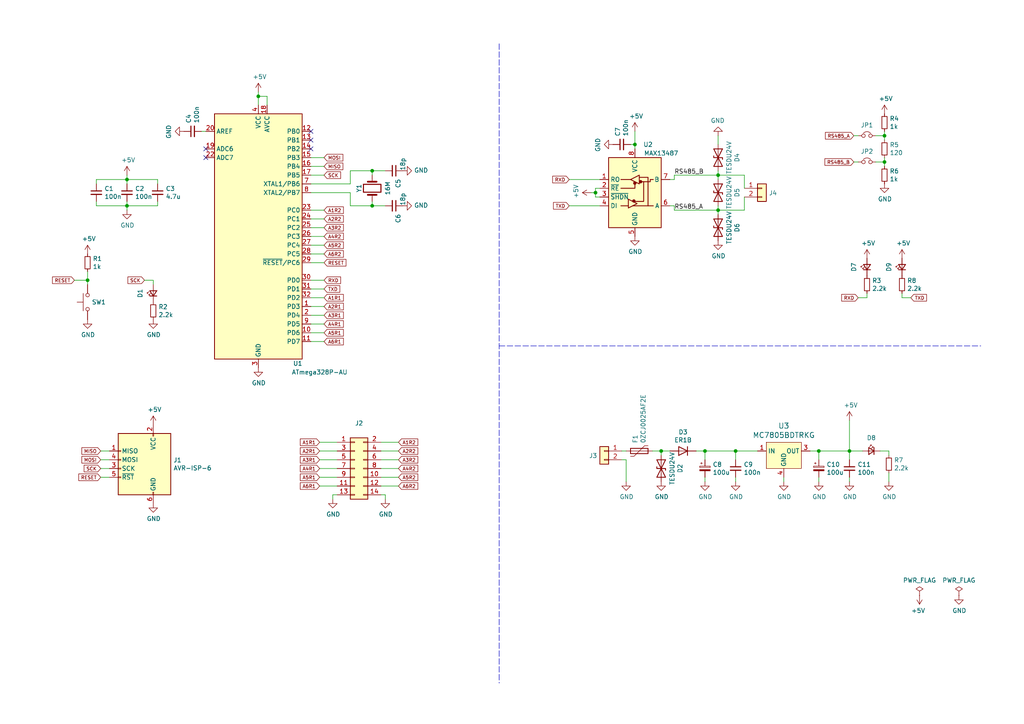
<source format=kicad_sch>
(kicad_sch (version 20211123) (generator eeschema)
  (paper "A4")
  (title_block (title "6x2 Matrix Antenna Switch - Communication Module") (date "2020-05-17") (company "SQ9NJE Quirky Solutions"))
  (lib_symbols
    (symbol "Connector:AVR-ISP-6" (pin_names (offset 1.016))
      (property "Reference" "J" (at -6.35 11.43 0))
      (property "Value" "AVR-ISP-6" (at 0 11.43 0))
      (symbol "AVR-ISP-6_0_1"
        (rectangle (start -2.667 -6.858) (end -2.413 -7.62))
        (rectangle (start -2.667 10.16) (end -2.413 9.398))
        (rectangle (start 7.62 -2.413) (end 6.858 -2.667))
        (rectangle (start 7.62 0.127) (end 6.858 -0.127))
        (rectangle (start 7.62 2.667) (end 6.858 2.413))
        (rectangle (start 7.62 5.207) (end 6.858 4.953))
        (rectangle (start 7.62 10.16) (end -7.62 -7.62) (stroke (width 0.254)) (fill (type background)))
      )
      (symbol "AVR-ISP-6_1_1"
        (pin passive line (at 10.16 5.08 180) (length 2.54) (name "MISO") (number "1"))
        (pin passive line (at -2.54 12.7 270) (length 2.54) (name "VCC") (number "2"))
        (pin passive line (at 10.16 0 180) (length 2.54) (name "SCK") (number "3"))
        (pin passive line (at 10.16 2.54 180) (length 2.54) (name "MOSI") (number "4"))
        (pin passive line (at 10.16 -2.54 180) (length 2.54) (name "~{RST}") (number "5"))
        (pin passive line (at -2.54 -10.16 90) (length 2.54) (name "GND") (number "6"))
      )
    )
    (symbol "Connector_Generic:Conn_01x02" (pin_names (offset 1.016) hide)
      (property "Reference" "J" (at 0 2.54 0))
      (property "Value" "Conn_01x02" (at 0 -5.08 0))
      (symbol "Conn_01x02_1_1"
        (rectangle (start -1.27 -2.413) (end 0 -2.667) (stroke (width 0.1524)))
        (rectangle (start -1.27 0.127) (end 0 -0.127) (stroke (width 0.1524)))
        (rectangle (start -1.27 1.27) (end 1.27 -3.81) (stroke (width 0.254)) (fill (type background)))
        (pin passive line (at -5.08 0 0) (length 3.81) (name "Pin_1") (number "1"))
        (pin passive line (at -5.08 -2.54 0) (length 3.81) (name "Pin_2") (number "2"))
      )
    )
    (symbol "Connector_Generic:Conn_02x07_Odd_Even" (pin_names (offset 1.016) hide)
      (property "Reference" "J" (at 1.27 10.16 0))
      (property "Value" "Conn_02x07_Odd_Even" (at 1.27 -10.16 0))
      (symbol "Conn_02x07_Odd_Even_1_1"
        (rectangle (start -1.27 -7.493) (end 0 -7.747) (stroke (width 0.1524)))
        (rectangle (start -1.27 -4.953) (end 0 -5.207) (stroke (width 0.1524)))
        (rectangle (start -1.27 -2.413) (end 0 -2.667) (stroke (width 0.1524)))
        (rectangle (start -1.27 0.127) (end 0 -0.127) (stroke (width 0.1524)))
        (rectangle (start -1.27 2.667) (end 0 2.413) (stroke (width 0.1524)))
        (rectangle (start -1.27 5.207) (end 0 4.953) (stroke (width 0.1524)))
        (rectangle (start -1.27 7.747) (end 0 7.493) (stroke (width 0.1524)))
        (rectangle (start -1.27 8.89) (end 3.81 -8.89) (stroke (width 0.254)) (fill (type background)))
        (rectangle (start 3.81 -7.493) (end 2.54 -7.747) (stroke (width 0.1524)))
        (rectangle (start 3.81 -4.953) (end 2.54 -5.207) (stroke (width 0.1524)))
        (rectangle (start 3.81 -2.413) (end 2.54 -2.667) (stroke (width 0.1524)))
        (rectangle (start 3.81 0.127) (end 2.54 -0.127) (stroke (width 0.1524)))
        (rectangle (start 3.81 2.667) (end 2.54 2.413) (stroke (width 0.1524)))
        (rectangle (start 3.81 5.207) (end 2.54 4.953) (stroke (width 0.1524)))
        (rectangle (start 3.81 7.747) (end 2.54 7.493) (stroke (width 0.1524)))
        (pin passive line (at -5.08 7.62 0) (length 3.81) (name "Pin_1") (number "1"))
        (pin passive line (at 7.62 -2.54 180) (length 3.81) (name "Pin_10") (number "10"))
        (pin passive line (at -5.08 -5.08 0) (length 3.81) (name "Pin_11") (number "11"))
        (pin passive line (at 7.62 -5.08 180) (length 3.81) (name "Pin_12") (number "12"))
        (pin passive line (at -5.08 -7.62 0) (length 3.81) (name "Pin_13") (number "13"))
        (pin passive line (at 7.62 -7.62 180) (length 3.81) (name "Pin_14") (number "14"))
        (pin passive line (at 7.62 7.62 180) (length 3.81) (name "Pin_2") (number "2"))
        (pin passive line (at -5.08 5.08 0) (length 3.81) (name "Pin_3") (number "3"))
        (pin passive line (at 7.62 5.08 180) (length 3.81) (name "Pin_4") (number "4"))
        (pin passive line (at -5.08 2.54 0) (length 3.81) (name "Pin_5") (number "5"))
        (pin passive line (at 7.62 2.54 180) (length 3.81) (name "Pin_6") (number "6"))
        (pin passive line (at -5.08 0 0) (length 3.81) (name "Pin_7") (number "7"))
        (pin passive line (at 7.62 0 180) (length 3.81) (name "Pin_8") (number "8"))
        (pin passive line (at -5.08 -2.54 0) (length 3.81) (name "Pin_9") (number "9"))
      )
    )
    (symbol "Device:C_Small" (pin_numbers hide) (pin_names (offset 0.254) hide)
      (property "Reference" "C" (at 0.254 1.778 0))
      (property "Value" "C_Small" (at 0.254 -2.032 0))
      (symbol "C_Small_0_1"
        (polyline (pts (xy -1.524 -0.508) (xy 1.524 -0.508)) (stroke (width 0.3302)))
        (polyline (pts (xy -1.524 0.508) (xy 1.524 0.508)) (stroke (width 0.3048)))
      )
      (symbol "C_Small_1_1"
        (pin passive line (at 0 2.54 270) (length 2.032) (name "~") (number "1"))
        (pin passive line (at 0 -2.54 90) (length 2.032) (name "~") (number "2"))
      )
    )
    (symbol "Device:Crystal" (pin_numbers hide) (pin_names (offset 1.016) hide)
      (property "Reference" "Y" (at 0 3.81 0))
      (property "Value" "Crystal" (at 0 -3.81 0))
      (symbol "Crystal_0_1"
        (rectangle (start -1.143 2.54) (end 1.143 -2.54) (stroke (width 0.3048)))
        (polyline (pts (xy -2.54 0) (xy -1.905 0)))
        (polyline (pts (xy -1.905 -1.27) (xy -1.905 1.27)) (stroke (width 0.508)))
        (polyline (pts (xy 1.905 -1.27) (xy 1.905 1.27)) (stroke (width 0.508)))
        (polyline (pts (xy 2.54 0) (xy 1.905 0)))
      )
      (symbol "Crystal_1_1"
        (pin passive line (at -3.81 0 0) (length 1.27) (name "1") (number "1"))
        (pin passive line (at 3.81 0 180) (length 1.27) (name "2") (number "2"))
      )
    )
    (symbol "Device:D" (pin_numbers hide) (pin_names (offset 1.016) hide)
      (property "Reference" "D" (at 0 2.54 0))
      (property "Value" "D" (at 0 -2.54 0))
      (symbol "D_0_1"
        (polyline (pts (xy -1.27 1.27) (xy -1.27 -1.27)) (stroke (width 0.254)))
        (polyline (pts (xy 1.27 0) (xy -1.27 0)))
        (polyline (pts (xy 1.27 1.27) (xy 1.27 -1.27) (xy -1.27 0) (xy 1.27 1.27)) (stroke (width 0.254)))
      )
      (symbol "D_1_1"
        (pin passive line (at -3.81 0 0) (length 2.54) (name "K") (number "1"))
        (pin passive line (at 3.81 0 180) (length 2.54) (name "A") (number "2"))
      )
    )
    (symbol "Device:D_TVS" (pin_numbers hide) (pin_names (offset 1.016) hide)
      (property "Reference" "D" (at 0 2.54 0))
      (property "Value" "D_TVS" (at 0 -2.54 0))
      (symbol "D_TVS_0_1"
        (polyline (pts (xy 1.27 0) (xy -1.27 0)))
        (polyline (pts (xy 0.508 1.27) (xy 0 1.27) (xy 0 -1.27) (xy -0.508 -1.27)) (stroke (width 0.254)))
        (polyline (pts (xy -2.54 1.27) (xy -2.54 -1.27) (xy 2.54 1.27) (xy 2.54 -1.27) (xy -2.54 1.27)) (stroke (width 0.254)))
      )
      (symbol "D_TVS_1_1"
        (pin passive line (at -3.81 0 0) (length 2.54) (name "A1") (number "1"))
        (pin passive line (at 3.81 0 180) (length 2.54) (name "A2") (number "2"))
      )
    )
    (symbol "Device:LED_Small" (pin_numbers hide) (pin_names (offset 0.254) hide)
      (property "Reference" "D" (at -1.27 3.175 0))
      (property "Value" "LED_Small" (at -4.445 -2.54 0))
      (symbol "LED_Small_0_1"
        (polyline (pts (xy -0.762 -1.016) (xy -0.762 1.016)) (stroke (width 0.254)))
        (polyline (pts (xy 1.016 0) (xy -0.762 0)))
        (polyline (pts (xy 0.762 -1.016) (xy -0.762 0) (xy 0.762 1.016) (xy 0.762 -1.016)) (stroke (width 0.254)))
        (polyline (pts (xy 0 0.762) (xy -0.508 1.27) (xy -0.254 1.27) (xy -0.508 1.27) (xy -0.508 1.016)))
        (polyline (pts (xy 0.508 1.27) (xy 0 1.778) (xy 0.254 1.778) (xy 0 1.778) (xy 0 1.524)))
      )
      (symbol "LED_Small_1_1"
        (pin passive line (at -2.54 0 0) (length 1.778) (name "K") (number "1"))
        (pin passive line (at 2.54 0 180) (length 1.778) (name "A") (number "2"))
      )
    )
    (symbol "Device:Polyfuse" (pin_numbers hide) (pin_names (offset 0))
      (property "Reference" "F" (at -2.54 0 90))
      (property "Value" "Polyfuse" (at 2.54 0 90))
      (symbol "Polyfuse_0_1"
        (rectangle (start -0.762 2.54) (end 0.762 -2.54) (stroke (width 0.254)))
        (polyline (pts (xy 0 2.54) (xy 0 -2.54)))
        (polyline (pts (xy -1.524 2.54) (xy -1.524 1.524) (xy 1.524 -1.524) (xy 1.524 -2.54)))
      )
      (symbol "Polyfuse_1_1"
        (pin passive line (at 0 3.81 270) (length 1.27) (name "~") (number "1"))
        (pin passive line (at 0 -3.81 90) (length 1.27) (name "~") (number "2"))
      )
    )
    (symbol "Device:R_Small" (pin_numbers hide) (pin_names (offset 0.254) hide)
      (property "Reference" "R" (at 0.762 0.508 0))
      (property "Value" "R_Small" (at 0.762 -1.016 0))
      (symbol "R_Small_0_1"
        (rectangle (start -0.762 1.778) (end 0.762 -1.778) (stroke (width 0.2032)))
      )
      (symbol "R_Small_1_1"
        (pin passive line (at 0 2.54 270) (length 0.762) (name "~") (number "1"))
        (pin passive line (at 0 -2.54 90) (length 0.762) (name "~") (number "2"))
      )
    )
    (symbol "Switch:SW_Push" (pin_numbers hide) (pin_names (offset 1.016) hide)
      (property "Reference" "SW" (at 1.27 2.54 0))
      (property "Value" "SW_Push" (at 0 -1.524 0))
      (symbol "SW_Push_0_1"
        (circle (center -2.032 0) (radius 0.508))
        (polyline (pts (xy 0 1.27) (xy 0 3.048)))
        (polyline (pts (xy 2.54 1.27) (xy -2.54 1.27)))
        (circle (center 2.032 0) (radius 0.508))
        (pin passive line (at -5.08 0 0) (length 2.54) (name "1") (number "1"))
        (pin passive line (at 5.08 0 180) (length 2.54) (name "2") (number "2"))
      )
    )
    (symbol "antenna_switch_comms-rescue:ATmega328P-AU-MCU_Microchip_ATmega"
      (property "Reference" "U" (at -12.7 36.83 0))
      (property "Value" "ATmega328P-AU-MCU_Microchip_ATmega" (at 2.54 -36.83 0))
      (symbol "ATmega328P-AU-MCU_Microchip_ATmega_0_1"
        (rectangle (start -12.7 -35.56) (end 12.7 35.56) (stroke (width 0.254)) (fill (type background)))
      )
      (symbol "ATmega328P-AU-MCU_Microchip_ATmega_1_1"
        (pin bidirectional line (at 15.24 -20.32 180) (length 2.54) (name "PD3") (number "1"))
        (pin bidirectional line (at 15.24 -27.94 180) (length 2.54) (name "PD6") (number "10"))
        (pin bidirectional line (at 15.24 -30.48 180) (length 2.54) (name "PD7") (number "11"))
        (pin bidirectional line (at 15.24 30.48 180) (length 2.54) (name "PB0") (number "12"))
        (pin bidirectional line (at 15.24 27.94 180) (length 2.54) (name "PB1") (number "13"))
        (pin bidirectional line (at 15.24 25.4 180) (length 2.54) (name "PB2") (number "14"))
        (pin bidirectional line (at 15.24 22.86 180) (length 2.54) (name "PB3") (number "15"))
        (pin bidirectional line (at 15.24 20.32 180) (length 2.54) (name "PB4") (number "16"))
        (pin bidirectional line (at 15.24 17.78 180) (length 2.54) (name "PB5") (number "17"))
        (pin power_in line (at 2.54 38.1 270) (length 2.54) (name "AVCC") (number "18"))
        (pin input line (at -15.24 25.4 0) (length 2.54) (name "ADC6") (number "19"))
        (pin bidirectional line (at 15.24 -22.86 180) (length 2.54) (name "PD4") (number "2"))
        (pin passive line (at -15.24 30.48 0) (length 2.54) (name "AREF") (number "20"))
        (pin passive line (at 0 -38.1 90) (length 2.54) hide (name "GND") (number "21"))
        (pin input line (at -15.24 22.86 0) (length 2.54) (name "ADC7") (number "22"))
        (pin bidirectional line (at 15.24 7.62 180) (length 2.54) (name "PC0") (number "23"))
        (pin bidirectional line (at 15.24 5.08 180) (length 2.54) (name "PC1") (number "24"))
        (pin bidirectional line (at 15.24 2.54 180) (length 2.54) (name "PC2") (number "25"))
        (pin bidirectional line (at 15.24 0 180) (length 2.54) (name "PC3") (number "26"))
        (pin bidirectional line (at 15.24 -2.54 180) (length 2.54) (name "PC4") (number "27"))
        (pin bidirectional line (at 15.24 -5.08 180) (length 2.54) (name "PC5") (number "28"))
        (pin bidirectional line (at 15.24 -7.62 180) (length 2.54) (name "~{RESET}/PC6") (number "29"))
        (pin power_in line (at 0 -38.1 90) (length 2.54) (name "GND") (number "3"))
        (pin bidirectional line (at 15.24 -12.7 180) (length 2.54) (name "PD0") (number "30"))
        (pin bidirectional line (at 15.24 -15.24 180) (length 2.54) (name "PD1") (number "31"))
        (pin bidirectional line (at 15.24 -17.78 180) (length 2.54) (name "PD2") (number "32"))
        (pin power_in line (at 0 38.1 270) (length 2.54) (name "VCC") (number "4"))
        (pin passive line (at 0 -38.1 90) (length 2.54) hide (name "GND") (number "5"))
        (pin passive line (at 0 38.1 270) (length 2.54) hide (name "VCC") (number "6"))
        (pin bidirectional line (at 15.24 15.24 180) (length 2.54) (name "XTAL1/PB6") (number "7"))
        (pin bidirectional line (at 15.24 12.7 180) (length 2.54) (name "XTAL2/PB7") (number "8"))
        (pin bidirectional line (at 15.24 -25.4 180) (length 2.54) (name "PD5") (number "9"))
      )
    )
    (symbol "antenna_switch_comms-rescue:CP_Small-Device" (pin_numbers hide) (pin_names (offset 0.254) hide)
      (property "Reference" "C" (at 0.254 1.778 0))
      (property "Value" "CP_Small-Device" (at 0.254 -2.032 0))
      (symbol "CP_Small-Device_0_1"
        (rectangle (start -1.524 -0.3048) (end 1.524 -0.6858) (fill (type outline)))
        (rectangle (start -1.524 0.6858) (end 1.524 0.3048))
        (polyline (pts (xy -1.27 1.524) (xy -0.762 1.524)))
        (polyline (pts (xy -1.016 1.27) (xy -1.016 1.778)))
      )
      (symbol "CP_Small-Device_1_1"
        (pin passive line (at 0 2.54 270) (length 1.8542) (name "~") (number "1"))
        (pin passive line (at 0 -2.54 90) (length 1.8542) (name "~") (number "2"))
      )
    )
    (symbol "antenna_switch_comms-rescue:Jumper_NC_Small-Device" (pin_numbers hide) (pin_names (offset 0.762) hide)
      (property "Reference" "JP" (at 0 2.032 0))
      (property "Value" "Jumper_NC_Small-Device" (at 0.254 -1.524 0))
      (symbol "Jumper_NC_Small-Device_0_1"
        (circle (center -1.016 0) (radius 0.508))
        (circle (center 1.016 0) (radius 0.508))
        (arc (start 1.016 0.762) (mid 0 1.1828) (end -1.016 0.762))
        (pin passive line (at -2.54 0 0) (length 1.016) (name "1") (number "1"))
        (pin passive line (at 2.54 0 180) (length 1.016) (name "2") (number "2"))
      )
    )
    (symbol "antenna_switch_comms-rescue:MAX13487-QS_RF"
      (property "Reference" "U" (at -6.096 11.43 0))
      (property "Value" "MAX13487-QS_RF" (at 0.762 11.43 0))
      (symbol "MAX13487-QS_RF_0_1"
        (rectangle (start -7.62 8.89) (end 7.62 -11.43) (stroke (width 0.254)) (fill (type background)))
        (circle (center -0.3048 -3.683) (radius 0.3556) (stroke (width 0.254)) (fill (type outline)))
        (circle (center -0.0254 1.4986) (radius 0.3556) (stroke (width 0.254)) (fill (type outline)))
        (polyline (pts (xy -4.064 -5.08) (xy -1.905 -5.08)) (stroke (width 0.254)))
        (polyline (pts (xy -4.064 2.54) (xy -1.27 2.54)) (stroke (width 0.254)))
        (polyline (pts (xy -0.635 -5.08) (xy 5.334 -5.08)) (stroke (width 0.254)))
        (polyline (pts (xy 0 1.27) (xy 0 0) (xy -4.064 0)) (stroke (width 0.254)))
        (polyline (pts (xy 1.27 3.175) (xy 3.81 3.175) (xy 3.81 -5.08)) (stroke (width 0.254)))
        (polyline (pts (xy 2.54 1.905) (xy 2.54 -3.81) (xy 0 -3.81)) (stroke (width 0.254)))
        (polyline (pts (xy -1.905 -3.175) (xy -1.905 -5.715) (xy 0.635 -4.445) (xy -1.905 -3.175)) (stroke (width 0.254)))
        (polyline (pts (xy -1.27 2.54) (xy 1.27 3.81) (xy 1.27 1.27) (xy -1.27 2.54)) (stroke (width 0.254)))
        (polyline (pts (xy 1.905 1.905) (xy 4.445 1.905) (xy 4.445 2.54) (xy 5.334 2.54)) (stroke (width 0.254)))
        (rectangle (start 1.27 3.175) (end 1.27 3.175))
        (circle (center 1.651 1.905) (radius 0.3556) (stroke (width 0.254)) (fill (type outline)))
      )
      (symbol "MAX13487-QS_RF_1_1"
        (pin output line (at -10.16 2.54 0) (length 2.54) (name "RO") (number "1"))
        (pin input line (at -10.16 0 0) (length 2.54) (name "~{RE}") (number "2"))
        (pin input line (at -10.16 -2.54 0) (length 2.54) (name "~{SHDN}") (number "3"))
        (pin input line (at -10.16 -5.08 0) (length 2.54) (name "DI") (number "4"))
        (pin power_in line (at 0 -13.97 90) (length 2.54) (name "GND") (number "5"))
        (pin bidirectional line (at 10.16 -5.08 180) (length 2.54) (name "A") (number "6"))
        (pin bidirectional line (at 10.16 2.54 180) (length 2.54) (name "B") (number "7"))
        (pin power_in line (at 0 11.43 270) (length 2.54) (name "VCC") (number "8"))
      )
    )
    (symbol "antenna_switch_comms-rescue:MC7805BDTRKG-dk_PMIC-Voltage-Regulators-Linear"
      (property "Reference" "U" (at 0 3.81 0))
      (property "Value" "MC7805BDTRKG-dk_PMIC-Voltage-Regulators-Linear" (at 0 6.35 0))
      (symbol "MC7805BDTRKG-dk_PMIC-Voltage-Regulators-Linear_0_1"
        (rectangle (start -5.08 2.54) (end 5.08 -5.08) (fill (type background)))
      )
      (symbol "MC7805BDTRKG-dk_PMIC-Voltage-Regulators-Linear_1_1"
        (pin input line (at -7.62 0 0) (length 2.54) (name "IN") (number "1"))
        (pin output line (at 7.62 0 180) (length 2.54) (name "OUT") (number "3"))
        (pin power_in line (at 0 -7.62 90) (length 2.54) (name "GND") (number "4"))
      )
    )
    (symbol "power:+5V" (power) (pin_names (offset 0))
      (property "Value" "+5V" (at 0 3.556 0))
      (symbol "+5V_0_1"
        (polyline (pts (xy -0.762 1.27) (xy 0 2.54)))
        (polyline (pts (xy 0 0) (xy 0 2.54)))
        (polyline (pts (xy 0 2.54) (xy 0.762 1.27)))
      )
      (symbol "+5V_1_1"
        (pin power_in line (at 0 0 90) (length 0) hide (name "+5V") (number "1"))
      )
    )
    (symbol "power:GND" (power) (pin_names (offset 0))
      (property "Value" "GND" (at 0 -3.81 0))
      (symbol "GND_0_1"
        (polyline (pts (xy 0 0) (xy 0 -1.27) (xy 1.27 -1.27) (xy 0 -2.54) (xy -1.27 -1.27) (xy 0 -1.27)))
      )
      (symbol "GND_1_1"
        (pin power_in line (at 0 0 270) (length 0) hide (name "GND") (number "1"))
      )
    )
    (symbol "power:PWR_FLAG" (power) (pin_numbers hide) (pin_names (offset 0) hide)
      (property "Value" "PWR_FLAG" (at 0 3.81 0))
      (symbol "PWR_FLAG_0_0"
        (pin power_out line (at 0 0 90) (length 0) (name "pwr") (number "1"))
      )
      (symbol "PWR_FLAG_0_1"
        (polyline (pts (xy 0 0) (xy 0 1.27) (xy -1.016 1.905) (xy 0 2.54) (xy 1.016 1.905) (xy 0 1.27)))
      )
    )
  )
  (junction (at 107.95 59.69))
  (junction (at 36.83 52.07))
  (junction (at 107.95 49.53))
  (junction (at 256.54 39.37))
  (junction (at 213.36 130.81))
  (junction (at 74.93 27.94))
  (junction (at 184.15 41.91))
  (junction (at 256.54 46.99))
  (junction (at 237.49 130.81))
  (junction (at 246.38 130.81))
  (junction (at 204.47 130.81))
  (junction (at 208.28 60.96))
  (junction (at 172.72 55.88))
  (junction (at 25.4 81.28))
  (junction (at 36.83 59.69))
  (junction (at 191.77 130.81))
  (junction (at 208.28 50.8))
  (no_connect (at 90.17 43.18))
  (no_connect (at 59.69 45.72))
  (no_connect (at 59.69 43.18))
  (no_connect (at 90.17 40.64))
  (no_connect (at 90.17 38.1))
  (wire (pts (xy 90.17 71.12) (xy 93.98 71.12)))
  (wire (pts (xy 107.95 49.53) (xy 101.6 49.53)))
  (wire (pts (xy 90.17 48.26) (xy 93.98 48.26)))
  (wire (pts (xy 201.93 130.81) (xy 204.47 130.81)))
  (wire (pts (xy 257.81 130.81) (xy 257.81 132.08)))
  (wire (pts (xy 194.31 59.69) (xy 195.58 59.69)))
  (wire (pts (xy 165.1 59.69) (xy 173.99 59.69)))
  (wire (pts (xy 248.92 39.37) (xy 247.65 39.37)))
  (wire (pts (xy 191.77 132.08) (xy 191.77 130.81)))
  (wire (pts (xy 90.17 60.96) (xy 93.98 60.96)))
  (wire (pts (xy 27.94 58.42) (xy 27.94 59.69)))
  (wire (pts (xy 27.94 52.07) (xy 36.83 52.07)))
  (wire (pts (xy 92.71 133.35) (xy 97.79 133.35)))
  (wire (pts (xy 256.54 45.72) (xy 256.54 46.99)))
  (wire (pts (xy 101.6 59.69) (xy 101.6 55.88)))
  (wire (pts (xy 77.47 30.48) (xy 77.47 27.94)))
  (wire (pts (xy 246.38 138.43) (xy 246.38 139.7)))
  (wire (pts (xy 21.59 81.28) (xy 25.4 81.28)))
  (wire (pts (xy 255.27 130.81) (xy 257.81 130.81)))
  (wire (pts (xy 90.17 83.82) (xy 93.98 83.82)))
  (wire (pts (xy 92.71 130.81) (xy 97.79 130.81)))
  (polyline (pts (xy 144.78 12.7) (xy 144.78 198.12)))
  (wire (pts (xy 256.54 39.37) (xy 256.54 40.64)))
  (wire (pts (xy 213.36 133.35) (xy 213.36 130.81)))
  (wire (pts (xy 215.9 57.15) (xy 215.9 60.96)))
  (wire (pts (xy 90.17 68.58) (xy 93.98 68.58)))
  (wire (pts (xy 172.72 57.15) (xy 173.99 57.15)))
  (wire (pts (xy 36.83 53.34) (xy 36.83 52.07)))
  (wire (pts (xy 254 46.99) (xy 256.54 46.99)))
  (wire (pts (xy 180.34 133.35) (xy 181.61 133.35)))
  (wire (pts (xy 195.58 52.07) (xy 195.58 50.8)))
  (wire (pts (xy 96.52 143.51) (xy 96.52 144.78)))
  (wire (pts (xy 172.72 54.61) (xy 172.72 55.88)))
  (wire (pts (xy 111.76 49.53) (xy 107.95 49.53)))
  (wire (pts (xy 90.17 91.44) (xy 93.98 91.44)))
  (wire (pts (xy 180.34 130.81) (xy 181.61 130.81)))
  (wire (pts (xy 246.38 130.81) (xy 250.19 130.81)))
  (wire (pts (xy 45.72 52.07) (xy 45.72 53.34)))
  (wire (pts (xy 261.62 86.36) (xy 264.16 86.36)))
  (wire (pts (xy 44.45 81.28) (xy 44.45 82.55)))
  (wire (pts (xy 194.31 52.07) (xy 195.58 52.07)))
  (wire (pts (xy 208.28 50.8) (xy 208.28 52.07)))
  (wire (pts (xy 90.17 81.28) (xy 93.98 81.28)))
  (wire (pts (xy 195.58 60.96) (xy 208.28 60.96)))
  (wire (pts (xy 204.47 138.43) (xy 204.47 139.7)))
  (wire (pts (xy 110.49 133.35) (xy 115.57 133.35)))
  (wire (pts (xy 204.47 133.35) (xy 204.47 130.81)))
  (wire (pts (xy 36.83 50.8) (xy 36.83 52.07)))
  (wire (pts (xy 110.49 130.81) (xy 115.57 130.81)))
  (wire (pts (xy 41.91 81.28) (xy 44.45 81.28)))
  (wire (pts (xy 261.62 85.09) (xy 261.62 86.36)))
  (wire (pts (xy 189.23 130.81) (xy 191.77 130.81)))
  (wire (pts (xy 36.83 52.07) (xy 45.72 52.07)))
  (wire (pts (xy 36.83 59.69) (xy 45.72 59.69)))
  (wire (pts (xy 101.6 55.88) (xy 90.17 55.88)))
  (wire (pts (xy 237.49 138.43) (xy 237.49 139.7)))
  (wire (pts (xy 92.71 138.43) (xy 97.79 138.43)))
  (wire (pts (xy 90.17 99.06) (xy 93.98 99.06)))
  (wire (pts (xy 74.93 30.48) (xy 74.93 27.94)))
  (wire (pts (xy 215.9 54.61) (xy 215.9 50.8)))
  (wire (pts (xy 213.36 138.43) (xy 213.36 139.7)))
  (wire (pts (xy 256.54 46.99) (xy 256.54 48.26)))
  (wire (pts (xy 74.93 27.94) (xy 74.93 26.67)))
  (wire (pts (xy 195.58 50.8) (xy 208.28 50.8)))
  (wire (pts (xy 36.83 59.69) (xy 36.83 60.96)))
  (wire (pts (xy 184.15 38.1) (xy 184.15 41.91)))
  (wire (pts (xy 208.28 60.96) (xy 208.28 59.69)))
  (wire (pts (xy 29.21 133.35) (xy 31.75 133.35)))
  (wire (pts (xy 184.15 41.91) (xy 184.15 43.18)))
  (wire (pts (xy 27.94 59.69) (xy 36.83 59.69)))
  (wire (pts (xy 92.71 128.27) (xy 97.79 128.27)))
  (wire (pts (xy 173.99 54.61) (xy 172.72 54.61)))
  (wire (pts (xy 246.38 121.92) (xy 246.38 130.81)))
  (wire (pts (xy 36.83 58.42) (xy 36.83 59.69)))
  (wire (pts (xy 182.88 41.91) (xy 184.15 41.91)))
  (wire (pts (xy 171.45 55.88) (xy 172.72 55.88)))
  (wire (pts (xy 208.28 62.23) (xy 208.28 60.96)))
  (wire (pts (xy 248.92 86.36) (xy 251.46 86.36)))
  (wire (pts (xy 173.99 52.07) (xy 165.1 52.07)))
  (wire (pts (xy 58.42 38.1) (xy 59.69 38.1)))
  (wire (pts (xy 213.36 130.81) (xy 219.71 130.81)))
  (polyline (pts (xy 144.78 100.33) (xy 284.48 100.33)))
  (wire (pts (xy 248.92 46.99) (xy 247.65 46.99)))
  (wire (pts (xy 208.28 39.37) (xy 208.28 41.91)))
  (wire (pts (xy 215.9 60.96) (xy 208.28 60.96)))
  (wire (pts (xy 29.21 130.81) (xy 31.75 130.81)))
  (wire (pts (xy 90.17 93.98) (xy 93.98 93.98)))
  (wire (pts (xy 77.47 27.94) (xy 74.93 27.94)))
  (wire (pts (xy 237.49 130.81) (xy 246.38 130.81)))
  (wire (pts (xy 254 39.37) (xy 256.54 39.37)))
  (wire (pts (xy 215.9 50.8) (xy 208.28 50.8)))
  (wire (pts (xy 107.95 49.53) (xy 107.95 50.8)))
  (wire (pts (xy 227.33 138.43) (xy 227.33 139.7)))
  (wire (pts (xy 237.49 133.35) (xy 237.49 130.81)))
  (wire (pts (xy 110.49 143.51) (xy 111.76 143.51)))
  (wire (pts (xy 101.6 53.34) (xy 90.17 53.34)))
  (wire (pts (xy 29.21 135.89) (xy 31.75 135.89)))
  (wire (pts (xy 90.17 73.66) (xy 93.98 73.66)))
  (wire (pts (xy 110.49 140.97) (xy 115.57 140.97)))
  (wire (pts (xy 234.95 130.81) (xy 237.49 130.81)))
  (wire (pts (xy 90.17 88.9) (xy 93.98 88.9)))
  (wire (pts (xy 25.4 82.55) (xy 25.4 81.28)))
  (wire (pts (xy 257.81 137.16) (xy 257.81 139.7)))
  (wire (pts (xy 246.38 133.35) (xy 246.38 130.81)))
  (wire (pts (xy 110.49 138.43) (xy 115.57 138.43)))
  (wire (pts (xy 111.76 143.51) (xy 111.76 144.78)))
  (wire (pts (xy 29.21 138.43) (xy 31.75 138.43)))
  (wire (pts (xy 97.79 143.51) (xy 96.52 143.51)))
  (wire (pts (xy 181.61 133.35) (xy 181.61 139.7)))
  (wire (pts (xy 172.72 55.88) (xy 172.72 57.15)))
  (wire (pts (xy 90.17 63.5) (xy 93.98 63.5)))
  (wire (pts (xy 110.49 128.27) (xy 115.57 128.27)))
  (wire (pts (xy 90.17 76.2) (xy 93.98 76.2)))
  (wire (pts (xy 195.58 59.69) (xy 195.58 60.96)))
  (wire (pts (xy 92.71 140.97) (xy 97.79 140.97)))
  (wire (pts (xy 90.17 96.52) (xy 93.98 96.52)))
  (wire (pts (xy 90.17 50.8) (xy 93.98 50.8)))
  (wire (pts (xy 256.54 38.1) (xy 256.54 39.37)))
  (wire (pts (xy 191.77 130.81) (xy 194.31 130.81)))
  (wire (pts (xy 107.95 59.69) (xy 107.95 58.42)))
  (wire (pts (xy 204.47 130.81) (xy 213.36 130.81)))
  (wire (pts (xy 110.49 135.89) (xy 115.57 135.89)))
  (wire (pts (xy 208.28 49.53) (xy 208.28 50.8)))
  (wire (pts (xy 27.94 53.34) (xy 27.94 52.07)))
  (wire (pts (xy 251.46 86.36) (xy 251.46 85.09)))
  (wire (pts (xy 25.4 81.28) (xy 25.4 78.74)))
  (wire (pts (xy 107.95 59.69) (xy 101.6 59.69)))
  (wire (pts (xy 90.17 86.36) (xy 93.98 86.36)))
  (wire (pts (xy 111.76 59.69) (xy 107.95 59.69)))
  (wire (pts (xy 101.6 49.53) (xy 101.6 53.34)))
  (wire (pts (xy 90.17 66.04) (xy 93.98 66.04)))
  (wire (pts (xy 45.72 59.69) (xy 45.72 58.42)))
  (wire (pts (xy 90.17 45.72) (xy 93.98 45.72)))
  (wire (pts (xy 92.71 135.89) (xy 97.79 135.89)))
  (label "RS485_A" (at 195.58 60.96 0))
  (label "RS485_B" (at 195.58 50.8 0))
  (global_label "TXD" (shape input) (at 264.16 86.36 0) (effects (font (size 0.9906 0.9906))) (property "Intersheet References" "${INTERSHEET_REFS}" (effects hide)))
  (global_label "A1R2" (shape input) (at 93.98 60.96 0) (effects (font (size 0.9906 0.9906))) (property "Intersheet References" "${INTERSHEET_REFS}" (effects hide)))
  (global_label "A6R1" (shape input) (at 93.98 99.06 0) (effects (font (size 0.9906 0.9906))) (property "Intersheet References" "${INTERSHEET_REFS}" (effects hide)))
  (global_label "A5R1" (shape input) (at 93.98 96.52 0) (effects (font (size 0.9906 0.9906))) (property "Intersheet References" "${INTERSHEET_REFS}" (effects hide)))
  (global_label "A3R1" (shape input) (at 92.71 133.35 180) (effects (font (size 0.9906 0.9906))) (property "Intersheet References" "${INTERSHEET_REFS}" (effects hide)))
  (global_label "A5R2" (shape input) (at 93.98 71.12 0) (effects (font (size 0.9906 0.9906))) (property "Intersheet References" "${INTERSHEET_REFS}" (effects hide)))
  (global_label "A1R1" (shape input) (at 93.98 86.36 0) (effects (font (size 0.9906 0.9906))) (property "Intersheet References" "${INTERSHEET_REFS}" (effects hide)))
  (global_label "RXD" (shape input) (at 93.98 81.28 0) (effects (font (size 0.9906 0.9906))) (property "Intersheet References" "${INTERSHEET_REFS}" (effects hide)))
  (global_label "RS485_A" (shape input) (at 247.65 39.37 180) (effects (font (size 0.9906 0.9906))) (property "Intersheet References" "${INTERSHEET_REFS}" (effects hide)))
  (global_label "RS485_B" (shape input) (at 247.65 46.99 180) (effects (font (size 0.9906 0.9906))) (property "Intersheet References" "${INTERSHEET_REFS}" (effects hide)))
  (global_label "TXD" (shape input) (at 165.1 59.69 180) (effects (font (size 0.9906 0.9906))) (property "Intersheet References" "${INTERSHEET_REFS}" (effects hide)))
  (global_label "A6R2" (shape input) (at 93.98 73.66 0) (effects (font (size 0.9906 0.9906))) (property "Intersheet References" "${INTERSHEET_REFS}" (effects hide)))
  (global_label "TXD" (shape input) (at 93.98 83.82 0) (effects (font (size 0.9906 0.9906))) (property "Intersheet References" "${INTERSHEET_REFS}" (effects hide)))
  (global_label "SCK" (shape input) (at 29.21 135.89 180) (effects (font (size 0.9906 0.9906))) (property "Intersheet References" "${INTERSHEET_REFS}" (effects hide)))
  (global_label "A5R1" (shape input) (at 92.71 138.43 180) (effects (font (size 0.9906 0.9906))) (property "Intersheet References" "${INTERSHEET_REFS}" (effects hide)))
  (global_label "RESET" (shape input) (at 93.98 76.2 0) (effects (font (size 0.9906 0.9906))) (property "Intersheet References" "${INTERSHEET_REFS}" (effects hide)))
  (global_label "A6R2" (shape input) (at 115.57 140.97 0) (effects (font (size 0.9906 0.9906))) (property "Intersheet References" "${INTERSHEET_REFS}" (effects hide)))
  (global_label "RESET" (shape input) (at 21.59 81.28 180) (effects (font (size 0.9906 0.9906))) (property "Intersheet References" "${INTERSHEET_REFS}" (effects hide)))
  (global_label "A2R1" (shape input) (at 92.71 130.81 180) (effects (font (size 0.9906 0.9906))) (property "Intersheet References" "${INTERSHEET_REFS}" (effects hide)))
  (global_label "RXD" (shape input) (at 248.92 86.36 180) (effects (font (size 0.9906 0.9906))) (property "Intersheet References" "${INTERSHEET_REFS}" (effects hide)))
  (global_label "A4R2" (shape input) (at 93.98 68.58 0) (effects (font (size 0.9906 0.9906))) (property "Intersheet References" "${INTERSHEET_REFS}" (effects hide)))
  (global_label "A4R1" (shape input) (at 93.98 93.98 0) (effects (font (size 0.9906 0.9906))) (property "Intersheet References" "${INTERSHEET_REFS}" (effects hide)))
  (global_label "SCK" (shape input) (at 93.98 50.8 0) (effects (font (size 0.9906 0.9906))) (property "Intersheet References" "${INTERSHEET_REFS}" (effects hide)))
  (global_label "A6R1" (shape input) (at 92.71 140.97 180) (effects (font (size 0.9906 0.9906))) (property "Intersheet References" "${INTERSHEET_REFS}" (effects hide)))
  (global_label "MISO" (shape input) (at 93.98 48.26 0) (effects (font (size 0.9906 0.9906))) (property "Intersheet References" "${INTERSHEET_REFS}" (effects hide)))
  (global_label "A4R1" (shape input) (at 92.71 135.89 180) (effects (font (size 0.9906 0.9906))) (property "Intersheet References" "${INTERSHEET_REFS}" (effects hide)))
  (global_label "RXD" (shape input) (at 165.1 52.07 180) (effects (font (size 0.9906 0.9906))) (property "Intersheet References" "${INTERSHEET_REFS}" (effects hide)))
  (global_label "A3R2" (shape input) (at 115.57 133.35 0) (effects (font (size 0.9906 0.9906))) (property "Intersheet References" "${INTERSHEET_REFS}" (effects hide)))
  (global_label "A4R2" (shape input) (at 115.57 135.89 0) (effects (font (size 0.9906 0.9906))) (property "Intersheet References" "${INTERSHEET_REFS}" (effects hide)))
  (global_label "A3R2" (shape input) (at 93.98 66.04 0) (effects (font (size 0.9906 0.9906))) (property "Intersheet References" "${INTERSHEET_REFS}" (effects hide)))
  (global_label "A3R1" (shape input) (at 93.98 91.44 0) (effects (font (size 0.9906 0.9906))) (property "Intersheet References" "${INTERSHEET_REFS}" (effects hide)))
  (global_label "SCK" (shape input) (at 41.91 81.28 180) (effects (font (size 0.9906 0.9906))) (property "Intersheet References" "${INTERSHEET_REFS}" (effects hide)))
  (global_label "A2R2" (shape input) (at 115.57 130.81 0) (effects (font (size 0.9906 0.9906))) (property "Intersheet References" "${INTERSHEET_REFS}" (effects hide)))
  (global_label "A1R1" (shape input) (at 92.71 128.27 180) (effects (font (size 0.9906 0.9906))) (property "Intersheet References" "${INTERSHEET_REFS}" (effects hide)))
  (global_label "MISO" (shape input) (at 29.21 130.81 180) (effects (font (size 0.9906 0.9906))) (property "Intersheet References" "${INTERSHEET_REFS}" (effects hide)))
  (global_label "A1R2" (shape input) (at 115.57 128.27 0) (effects (font (size 0.9906 0.9906))) (property "Intersheet References" "${INTERSHEET_REFS}" (effects hide)))
  (global_label "A2R1" (shape input) (at 93.98 88.9 0) (effects (font (size 0.9906 0.9906))) (property "Intersheet References" "${INTERSHEET_REFS}" (effects hide)))
  (global_label "A5R2" (shape input) (at 115.57 138.43 0) (effects (font (size 0.9906 0.9906))) (property "Intersheet References" "${INTERSHEET_REFS}" (effects hide)))
  (global_label "MOSI" (shape input) (at 29.21 133.35 180) (effects (font (size 0.9906 0.9906))) (property "Intersheet References" "${INTERSHEET_REFS}" (effects hide)))
  (global_label "A2R2" (shape input) (at 93.98 63.5 0) (effects (font (size 0.9906 0.9906))) (property "Intersheet References" "${INTERSHEET_REFS}" (effects hide)))
  (global_label "MOSI" (shape input) (at 93.98 45.72 0) (effects (font (size 0.9906 0.9906))) (property "Intersheet References" "${INTERSHEET_REFS}" (effects hide)))
  (global_label "RESET" (shape input) (at 29.21 138.43 180) (effects (font (size 0.9906 0.9906))) (property "Intersheet References" "${INTERSHEET_REFS}" (effects hide)))
  (symbol (lib_id "antenna_switch_comms-rescue:MAX13487-QS_RF") (at 184.15 54.61 0) (unit 1)
    (property "Reference" "U2" (at 187.96 41.91 0))
    (property "Value" "MAX13487" (at 191.77 44.45 0))
    (property "Footprint" "Package_SO:SOIC-8_3.9x4.9mm_P1.27mm" (effects hide))
    (property "Datasheet" "https://datasheets.maximintegrated.com/en/ds/MAX1487E-MAX491E.pdf" (effects hide))
  )
  (symbol (lib_id "Device:D_TVS") (at 208.28 45.72 270) (unit 1)
    (property "Reference" "D4" (at 213.7664 45.72 0))
    (property "Value" "TESDU24V" (at 211.455 45.72 0))
    (property "Footprint" "Resistor_SMD:R_0603_1608Metric_Pad1.05x0.95mm_HandSolder" (effects hide))
  )
  (symbol (lib_id "Device:D_TVS") (at 208.28 66.04 270) (unit 1)
    (property "Reference" "D6" (at 213.7664 66.04 0))
    (property "Value" "TESDU24V" (at 211.455 66.04 0))
    (property "Footprint" "Resistor_SMD:R_0603_1608Metric_Pad1.05x0.95mm_HandSolder" (effects hide))
  )
  (symbol (lib_id "Connector_Generic:Conn_01x02") (at 220.98 54.61 0) (unit 1)
    (property "Reference" "J4" (at 223.012 55.9816 0) (effects (justify left)))
    (property "Value" "Conn_01x02" (effects hide))
    (property "Footprint" "TerminalBlock:TerminalBlock_bornier-2_P5.08mm" (effects hide))
  )
  (symbol (lib_id "power:GND") (at 208.28 69.85 0) (unit 1)
    (property "Reference" "#PWR023" (effects hide))
    (property "Value" "GND" (at 208.407 74.2442 0))
  )
  (symbol (lib_id "power:GND") (at 208.28 39.37 180) (unit 1)
    (property "Reference" "#PWR022" (effects hide))
    (property "Value" "GND" (at 208.153 34.9758 0))
  )
  (symbol (lib_id "Device:R_Small") (at 256.54 43.18 0) (unit 1)
    (property "Reference" "R5" (at 258.0386 42.0116 0) (effects (justify left)))
    (property "Value" "120" (at 258.0386 44.323 0) (effects (justify left)))
    (property "Footprint" "Resistor_SMD:R_0805_2012Metric_Pad1.15x1.40mm_HandSolder" (effects hide))
  )
  (symbol (lib_id "Device:R_Small") (at 256.54 35.56 0) (unit 1)
    (property "Reference" "R4" (at 258.0386 34.3916 0) (effects (justify left)))
    (property "Value" "1k" (at 258.0386 36.703 0) (effects (justify left)))
    (property "Footprint" "Resistor_SMD:R_0805_2012Metric_Pad1.15x1.40mm_HandSolder" (effects hide))
  )
  (symbol (lib_id "Device:R_Small") (at 256.54 50.8 0) (unit 1)
    (property "Reference" "R6" (at 258.0386 49.6316 0) (effects (justify left)))
    (property "Value" "1k" (at 258.0386 51.943 0) (effects (justify left)))
    (property "Footprint" "Resistor_SMD:R_0805_2012Metric_Pad1.15x1.40mm_HandSolder" (effects hide))
  )
  (symbol (lib_id "power:+5V") (at 256.54 33.02 0) (unit 1)
    (property "Reference" "#PWR030" (effects hide))
    (property "Value" "+5V" (at 256.921 28.6258 0))
  )
  (symbol (lib_id "power:GND") (at 256.54 53.34 0) (unit 1)
    (property "Reference" "#PWR031" (effects hide))
    (property "Value" "GND" (at 256.667 57.7342 0))
  )
  (symbol (lib_id "antenna_switch_comms-rescue:Jumper_NC_Small-Device") (at 251.46 39.37 0) (unit 1)
    (property "Reference" "JP1" (at 251.46 36.2966 0))
    (property "Value" "Jumper_NC_Small" (effects hide))
    (property "Footprint" "Connector_PinHeader_2.54mm:PinHeader_1x02_P2.54mm_Vertical" (effects hide))
  )
  (symbol (lib_id "antenna_switch_comms-rescue:Jumper_NC_Small-Device") (at 251.46 46.99 0) (unit 1)
    (property "Reference" "JP2" (at 251.46 43.9166 0))
    (property "Value" "Jumper_NC_Small" (effects hide))
    (property "Footprint" "Connector_PinHeader_2.54mm:PinHeader_1x02_P2.54mm_Vertical" (effects hide))
  )
  (symbol (lib_id "power:+5V") (at 184.15 38.1 0) (unit 1)
    (property "Reference" "#PWR018" (effects hide))
    (property "Value" "+5V" (at 184.531 33.7058 0))
  )
  (symbol (lib_id "Device:C_Small") (at 180.34 41.91 90) (unit 1)
    (property "Reference" "C7" (at 179.1716 39.5732 0) (effects (justify left)))
    (property "Value" "100n" (at 181.483 39.5732 0) (effects (justify left)))
    (property "Footprint" "Capacitor_SMD:C_0805_2012Metric_Pad1.15x1.40mm_HandSolder" (effects hide))
  )
  (symbol (lib_id "power:GND") (at 111.76 144.78 0) (unit 1)
    (property "Reference" "#PWR012" (effects hide))
    (property "Value" "GND" (at 111.887 149.1742 0))
  )
  (symbol (lib_id "power:GND") (at 96.52 144.78 0) (unit 1)
    (property "Reference" "#PWR011" (effects hide))
    (property "Value" "GND" (at 96.647 149.1742 0))
  )
  (symbol (lib_id "power:GND") (at 177.8 41.91 270) (unit 1)
    (property "Reference" "#PWR016" (effects hide))
    (property "Value" "GND" (at 173.4058 42.037 0))
  )
  (symbol (lib_id "power:+5V") (at 171.45 55.88 90) (unit 1)
    (property "Reference" "#PWR015" (effects hide))
    (property "Value" "+5V" (at 167.0558 55.499 0))
  )
  (symbol (lib_id "power:+5V") (at 44.45 123.19 0) (unit 1)
    (property "Reference" "#PWR06" (effects hide))
    (property "Value" "+5V" (at 44.831 118.7958 0))
  )
  (symbol (lib_id "power:GND") (at 44.45 146.05 0) (unit 1)
    (property "Reference" "#PWR07" (effects hide))
    (property "Value" "GND" (at 44.577 150.4442 0))
  )
  (symbol (lib_id "power:GND") (at 74.93 106.68 0) (unit 1)
    (property "Reference" "#PWR010" (effects hide))
    (property "Value" "GND" (at 75.057 111.0742 0))
  )
  (symbol (lib_id "Switch:SW_Push") (at 25.4 87.63 90) (unit 1)
    (property "Reference" "SW1" (at 26.6192 87.63 90) (effects (justify right)))
    (property "Value" "SW_Push" (effects hide))
    (property "Footprint" "Button_Switch_SMD:SW_SPST_CK_RS282G05A3" (effects hide))
  )
  (symbol (lib_id "Device:R_Small") (at 25.4 76.2 0) (unit 1)
    (property "Reference" "R1" (at 26.8986 75.0316 0) (effects (justify left)))
    (property "Value" "1k" (at 26.8986 77.343 0) (effects (justify left)))
    (property "Footprint" "Resistor_SMD:R_0805_2012Metric_Pad1.15x1.40mm_HandSolder" (effects hide))
  )
  (symbol (lib_id "power:+5V") (at 25.4 73.66 0) (unit 1)
    (property "Reference" "#PWR01" (effects hide))
    (property "Value" "+5V" (at 25.781 69.2658 0))
  )
  (symbol (lib_id "power:GND") (at 25.4 92.71 0) (unit 1)
    (property "Reference" "#PWR02" (effects hide))
    (property "Value" "GND" (at 25.527 97.1042 0))
  )
  (symbol (lib_id "Device:C_Small") (at 114.3 49.53 270) (unit 1)
    (property "Reference" "C5" (at 115.4684 51.8668 0) (effects (justify left)))
    (property "Value" "18p" (at 116.84 45.72 0) (effects (justify left)))
    (property "Footprint" "Capacitor_SMD:C_0805_2012Metric_Pad1.15x1.40mm_HandSolder" (effects hide))
  )
  (symbol (lib_id "Device:C_Small") (at 114.3 59.69 270) (unit 1)
    (property "Reference" "C6" (at 115.4684 62.0268 0) (effects (justify left)))
    (property "Value" "18p" (at 116.84 55.88 0) (effects (justify left)))
    (property "Footprint" "Capacitor_SMD:C_0805_2012Metric_Pad1.15x1.40mm_HandSolder" (effects hide))
  )
  (symbol (lib_id "power:GND") (at 116.84 49.53 90) (unit 1)
    (property "Reference" "#PWR013" (effects hide))
    (property "Value" "GND" (at 120.0912 49.403 90) (effects (justify right)))
  )
  (symbol (lib_id "power:GND") (at 116.84 59.69 90) (unit 1)
    (property "Reference" "#PWR014" (effects hide))
    (property "Value" "GND" (at 120.0912 59.563 90) (effects (justify right)))
  )
  (symbol (lib_id "Device:C_Small") (at 55.88 38.1 90) (unit 1)
    (property "Reference" "C4" (at 54.7116 35.7632 0) (effects (justify left)))
    (property "Value" "100n" (at 57.023 35.7632 0) (effects (justify left)))
    (property "Footprint" "Capacitor_SMD:C_0805_2012Metric_Pad1.15x1.40mm_HandSolder" (effects hide))
  )
  (symbol (lib_id "power:GND") (at 53.34 38.1 270) (unit 1)
    (property "Reference" "#PWR08" (effects hide))
    (property "Value" "GND" (at 48.9458 38.227 0))
  )
  (symbol (lib_id "Connector:AVR-ISP-6") (at 41.91 135.89 0) (mirror y) (unit 1)
    (property "Reference" "J1" (at 50.292 133.4516 0) (effects (justify right)))
    (property "Value" "AVR-ISP-6" (at 50.292 135.763 0) (effects (justify right)))
    (property "Footprint" "Connector_IDC:IDC-Header_2x03_P2.54mm_Vertical" (effects hide))
    (property "Datasheet" " ~" (effects hide))
  )
  (symbol (lib_id "power:+5V") (at 74.93 26.67 0) (unit 1)
    (property "Reference" "#PWR09" (effects hide))
    (property "Value" "+5V" (at 75.311 22.2758 0))
  )
  (symbol (lib_id "Device:C_Small") (at 27.94 55.88 0) (unit 1)
    (property "Reference" "C1" (at 30.2768 54.7116 0) (effects (justify left)))
    (property "Value" "100n" (at 30.2768 57.023 0) (effects (justify left)))
    (property "Footprint" "Capacitor_SMD:C_0805_2012Metric_Pad1.15x1.40mm_HandSolder" (effects hide))
  )
  (symbol (lib_id "Device:C_Small") (at 36.83 55.88 0) (unit 1)
    (property "Reference" "C2" (at 39.1668 54.7116 0) (effects (justify left)))
    (property "Value" "100n" (at 39.1668 57.023 0) (effects (justify left)))
    (property "Footprint" "Capacitor_SMD:C_0805_2012Metric_Pad1.15x1.40mm_HandSolder" (effects hide))
  )
  (symbol (lib_id "Device:C_Small") (at 45.72 55.88 0) (unit 1)
    (property "Reference" "C3" (at 48.0568 54.7116 0) (effects (justify left)))
    (property "Value" "4.7u" (at 48.0568 57.023 0) (effects (justify left)))
    (property "Footprint" "Capacitor_SMD:C_1206_3216Metric_Pad1.42x1.75mm_HandSolder" (effects hide))
  )
  (symbol (lib_id "antenna_switch_comms-rescue:ATmega328P-AU-MCU_Microchip_ATmega") (at 74.93 68.58 0) (unit 1)
    (property "Reference" "U1" (at 86.36 105.41 0))
    (property "Value" "ATmega328P-AU" (at 92.71 107.95 0))
    (property "Footprint" "Package_QFP:TQFP-32_7x7mm_P0.8mm" (effects hide))
    (property "Datasheet" "http://ww1.microchip.com/downloads/en/DeviceDoc/ATmega328_P%20AVR%20MCU%20with%20picoPower%20Technology%20Data%20Sheet%2040001984A.pdf" (effects hide))
  )
  (symbol (lib_id "Connector_Generic:Conn_02x07_Odd_Even") (at 102.87 135.89 0) (unit 1)
    (property "Reference" "J2" (at 104.14 122.7582 0))
    (property "Value" "Conn_02x07_Odd_Even" (effects hide))
    (property "Footprint" "Connector_IDC:IDC-Header_2x07_P2.54mm_Vertical" (effects hide))
  )
  (symbol (lib_id "Device:Polyfuse") (at 185.42 130.81 90) (unit 1)
    (property "Reference" "F1" (at 184.2516 128.5748 0) (effects (justify left)))
    (property "Value" "0ZCJ0025AF2E" (at 186.563 128.5748 0) (effects (justify left)))
    (property "Footprint" "Fuse:Fuse_1206_3216Metric_Pad1.42x1.75mm_HandSolder" (effects hide))
  )
  (symbol (lib_id "Device:D_TVS") (at 208.28 55.88 270) (unit 1)
    (property "Reference" "D5" (at 213.7664 55.88 0))
    (property "Value" "TESDU24V" (at 211.455 55.88 0))
    (property "Footprint" "Resistor_SMD:R_0603_1608Metric_Pad1.05x0.95mm_HandSolder" (effects hide))
  )
  (symbol (lib_id "Device:R_Small") (at 257.81 134.62 0) (unit 1)
    (property "Reference" "R7" (at 259.3086 133.4516 0) (effects (justify left)))
    (property "Value" "2.2k" (at 259.3086 135.763 0) (effects (justify left)))
    (property "Footprint" "Resistor_SMD:R_0805_2012Metric_Pad1.15x1.40mm_HandSolder" (effects hide))
  )
  (symbol (lib_id "antenna_switch_comms-rescue:CP_Small-Device") (at 204.47 135.89 0) (unit 1)
    (property "Reference" "C8" (at 206.7052 134.7216 0) (effects (justify left)))
    (property "Value" "100u" (at 206.7052 137.033 0) (effects (justify left)))
    (property "Footprint" "Capacitor_THT:CP_Radial_D8.0mm_P3.80mm" (effects hide))
  )
  (symbol (lib_id "Device:Crystal") (at 107.95 54.61 270) (unit 1)
    (property "Reference" "Y1" (at 104.14 54.61 0))
    (property "Value" "16M" (at 112.4458 54.61 0))
    (property "Footprint" "Crystal:Crystal_SMD_HC49-SD" (effects hide))
  )
  (symbol (lib_id "Device:C_Small") (at 213.36 135.89 0) (unit 1)
    (property "Reference" "C9" (at 215.6968 134.7216 0) (effects (justify left)))
    (property "Value" "100n" (at 215.6968 137.033 0) (effects (justify left)))
    (property "Footprint" "Capacitor_SMD:C_0805_2012Metric_Pad1.15x1.40mm_HandSolder" (effects hide))
  )
  (symbol (lib_id "Device:LED_Small") (at 252.73 130.81 0) (mirror y) (unit 1)
    (property "Reference" "D8" (at 252.73 127 0))
    (property "Value" "LED_Small" (effects hide))
    (property "Footprint" "LED_SMD:LED_0805_2012Metric_Pad1.15x1.40mm_HandSolder" (effects hide))
  )
  (symbol (lib_id "power:+5V") (at 36.83 50.8 0) (unit 1)
    (property "Reference" "#PWR03" (effects hide))
    (property "Value" "+5V" (at 37.211 46.4058 0))
  )
  (symbol (lib_id "power:GND") (at 36.83 60.96 0) (unit 1)
    (property "Reference" "#PWR04" (effects hide))
    (property "Value" "GND" (at 36.957 65.3542 0))
  )
  (symbol (lib_id "Device:LED_Small") (at 44.45 85.09 90) (unit 1)
    (property "Reference" "D1" (at 40.64 85.09 0))
    (property "Value" "LED_Small" (effects hide))
    (property "Footprint" "LED_SMD:LED_0805_2012Metric_Pad1.15x1.40mm_HandSolder" (effects hide))
  )
  (symbol (lib_id "Device:R_Small") (at 44.45 90.17 0) (unit 1)
    (property "Reference" "R2" (at 45.9486 89.0016 0) (effects (justify left)))
    (property "Value" "2.2k" (at 45.9486 91.313 0) (effects (justify left)))
    (property "Footprint" "Resistor_SMD:R_0805_2012Metric_Pad1.15x1.40mm_HandSolder" (effects hide))
  )
  (symbol (lib_id "power:GND") (at 44.45 92.71 0) (unit 1)
    (property "Reference" "#PWR05" (effects hide))
    (property "Value" "GND" (at 44.577 97.1042 0))
  )
  (symbol (lib_id "Device:LED_Small") (at 251.46 77.47 90) (unit 1)
    (property "Reference" "D7" (at 247.65 77.47 0))
    (property "Value" "LED_Small" (effects hide))
    (property "Footprint" "LED_SMD:LED_0805_2012Metric_Pad1.15x1.40mm_HandSolder" (effects hide))
  )
  (symbol (lib_id "power:+5V") (at 251.46 74.93 0) (unit 1)
    (property "Reference" "#PWR029" (effects hide))
    (property "Value" "+5V" (at 251.841 70.5358 0))
  )
  (symbol (lib_id "Device:R_Small") (at 251.46 82.55 0) (unit 1)
    (property "Reference" "R3" (at 252.9586 81.3816 0) (effects (justify left)))
    (property "Value" "2.2k" (at 252.9586 83.693 0) (effects (justify left)))
    (property "Footprint" "Resistor_SMD:R_0805_2012Metric_Pad1.15x1.40mm_HandSolder" (effects hide))
  )
  (symbol (lib_id "Device:LED_Small") (at 261.62 77.47 90) (unit 1)
    (property "Reference" "D9" (at 257.81 77.47 0))
    (property "Value" "LED_Small" (effects hide))
    (property "Footprint" "LED_SMD:LED_0805_2012Metric_Pad1.15x1.40mm_HandSolder" (effects hide))
  )
  (symbol (lib_id "power:+5V") (at 261.62 74.93 0) (unit 1)
    (property "Reference" "#PWR033" (effects hide))
    (property "Value" "+5V" (at 262.001 70.5358 0))
  )
  (symbol (lib_id "Device:R_Small") (at 261.62 82.55 0) (unit 1)
    (property "Reference" "R8" (at 263.1186 81.3816 0) (effects (justify left)))
    (property "Value" "2.2k" (at 263.1186 83.693 0) (effects (justify left)))
    (property "Footprint" "Resistor_SMD:R_0805_2012Metric_Pad1.15x1.40mm_HandSolder" (effects hide))
  )
  (symbol (lib_id "power:GND") (at 184.15 68.58 0) (unit 1)
    (property "Reference" "#PWR019" (effects hide))
    (property "Value" "GND" (at 184.277 72.9742 0))
  )
  (symbol (lib_id "Connector_Generic:Conn_01x02") (at 175.26 130.81 0) (mirror y) (unit 1)
    (property "Reference" "J3" (at 173.228 132.1816 0) (effects (justify left)))
    (property "Value" "Conn_01x02" (effects hide))
    (property "Footprint" "TerminalBlock:TerminalBlock_bornier-2_P5.08mm" (effects hide))
  )
  (symbol (lib_id "antenna_switch_comms-rescue:MC7805BDTRKG-dk_PMIC-Voltage-Regulators-Linear") (at 227.33 130.81 0) (unit 1)
    (property "Reference" "U3" (at 227.33 123.5202 0) (effects (font (size 1.524 1.524))))
    (property "Value" "MC7805BDTRKG" (at 227.33 126.2126 0) (effects (font (size 1.524 1.524))))
    (property "Footprint" "digikey-footprints:TO-252-3" (effects hide))
    (property "Datasheet" "http://www.onsemi.com/pub/Collateral/MC7800-D.PDF" (effects hide))
    (property "Digi-Key_PN" "MC7805BDTRKGOSCT-ND" (effects hide))
    (property "MPN" "MC7805BDTRKG" (effects hide))
    (property "Category" "Integrated Circuits (ICs)" (effects hide))
    (property "Family" "PMIC - Voltage Regulators - Linear" (effects hide))
    (property "DK_Datasheet_Link" "http://www.onsemi.com/pub/Collateral/MC7800-D.PDF" (effects hide))
    (property "DK_Detail_Page" "/product-detail/en/on-semiconductor/MC7805BDTRKG/MC7805BDTRKGOSCT-ND/1139742" (effects hide))
    (property "Description" "IC REG LINEAR 5V 1A DPAK" (effects hide))
    (property "Manufacturer" "ON Semiconductor" (effects hide))
    (property "Status" "Active" (effects hide))
  )
  (symbol (lib_id "Device:D_TVS") (at 191.77 135.89 270) (unit 1)
    (property "Reference" "D2" (at 197.2564 135.89 0))
    (property "Value" "TESDU24V" (at 194.945 135.89 0))
    (property "Footprint" "Resistor_SMD:R_0603_1608Metric_Pad1.05x0.95mm_HandSolder" (effects hide))
  )
  (symbol (lib_id "Device:D") (at 198.12 130.81 180) (unit 1)
    (property "Reference" "D3" (at 198.12 125.3236 0))
    (property "Value" "ER1B" (at 198.12 127.635 0))
    (property "Footprint" "Diode_SMD:D_SMA" (effects hide))
  )
  (symbol (lib_id "antenna_switch_comms-rescue:CP_Small-Device") (at 237.49 135.89 0) (unit 1)
    (property "Reference" "C10" (at 239.7252 134.7216 0) (effects (justify left)))
    (property "Value" "100u" (at 239.7252 137.033 0) (effects (justify left)))
    (property "Footprint" "Capacitor_THT:CP_Radial_D8.0mm_P3.80mm" (effects hide))
  )
  (symbol (lib_id "Device:C_Small") (at 246.38 135.89 0) (unit 1)
    (property "Reference" "C11" (at 248.7168 134.7216 0) (effects (justify left)))
    (property "Value" "100n" (at 248.7168 137.033 0) (effects (justify left)))
    (property "Footprint" "Capacitor_SMD:C_0805_2012Metric_Pad1.15x1.40mm_HandSolder" (effects hide))
  )
  (symbol (lib_id "power:GND") (at 191.77 139.7 0) (unit 1)
    (property "Reference" "#PWR020" (effects hide))
    (property "Value" "GND" (at 191.897 144.0942 0))
  )
  (symbol (lib_id "power:GND") (at 181.61 139.7 0) (unit 1)
    (property "Reference" "#PWR017" (effects hide))
    (property "Value" "GND" (at 181.737 144.0942 0))
  )
  (symbol (lib_id "power:GND") (at 204.47 139.7 0) (unit 1)
    (property "Reference" "#PWR021" (effects hide))
    (property "Value" "GND" (at 204.597 144.0942 0))
  )
  (symbol (lib_id "power:GND") (at 213.36 139.7 0) (unit 1)
    (property "Reference" "#PWR024" (effects hide))
    (property "Value" "GND" (at 213.487 144.0942 0))
  )
  (symbol (lib_id "power:GND") (at 227.33 139.7 0) (unit 1)
    (property "Reference" "#PWR025" (effects hide))
    (property "Value" "GND" (at 227.457 144.0942 0))
  )
  (symbol (lib_id "power:GND") (at 237.49 139.7 0) (unit 1)
    (property "Reference" "#PWR026" (effects hide))
    (property "Value" "GND" (at 237.617 144.0942 0))
  )
  (symbol (lib_id "power:GND") (at 246.38 139.7 0) (unit 1)
    (property "Reference" "#PWR028" (effects hide))
    (property "Value" "GND" (at 246.507 144.0942 0))
  )
  (symbol (lib_id "power:GND") (at 257.81 139.7 0) (unit 1)
    (property "Reference" "#PWR032" (effects hide))
    (property "Value" "GND" (at 257.937 144.0942 0))
  )
  (symbol (lib_id "power:+5V") (at 246.38 121.92 0) (unit 1)
    (property "Reference" "#PWR027" (effects hide))
    (property "Value" "+5V" (at 246.761 117.5258 0))
  )
  (symbol (lib_id "power:PWR_FLAG") (at 278.13 172.72 0) (unit 1)
    (property "Reference" "#FLG02" (effects hide))
    (property "Value" "PWR_FLAG" (at 278.13 168.3258 0))
  )
  (symbol (lib_id "power:PWR_FLAG") (at 266.7 172.72 0) (unit 1)
    (property "Reference" "#FLG01" (effects hide))
    (property "Value" "PWR_FLAG" (at 266.7 168.3258 0))
  )
  (symbol (lib_id "power:GND") (at 278.13 172.72 0) (unit 1)
    (property "Reference" "#PWR035" (effects hide))
    (property "Value" "GND" (at 278.257 177.1142 0))
  )
  (symbol (lib_id "power:+5V") (at 266.7 172.72 180) (unit 1)
    (property "Reference" "#PWR034" (effects hide))
    (property "Value" "+5V" (at 266.319 177.1142 0))
  )
)
</source>
